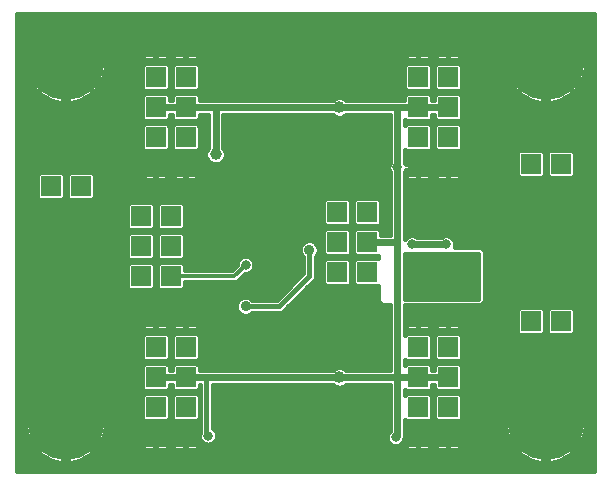
<source format=gbr>
G75*
%MOIN*%
%OFA0B0*%
%FSLAX24Y24*%
%IPPOS*%
%LPD*%
%AMOC8*
5,1,8,0,0,1.08239X$1,22.5*
%
%ADD10R,0.0650X0.0650*%
%ADD11C,0.2540*%
%ADD12C,0.0160*%
%ADD13C,0.0317*%
%ADD14C,0.0240*%
%ADD15C,0.0120*%
%ADD16C,0.0357*%
%ADD17C,0.0396*%
D10*
X005142Y001500D03*
X006142Y001500D03*
X006142Y002500D03*
X005142Y002500D03*
X005142Y003500D03*
X006142Y003500D03*
X006142Y004500D03*
X005142Y004500D03*
X005142Y005500D03*
X006142Y005500D03*
X005642Y006875D03*
X004642Y006875D03*
X004642Y007875D03*
X005642Y007875D03*
X005642Y008875D03*
X004642Y008875D03*
X005142Y010500D03*
X006142Y010500D03*
X006142Y011500D03*
X005142Y011500D03*
X005142Y012500D03*
X006142Y012500D03*
X006142Y013500D03*
X005142Y013500D03*
X005142Y014500D03*
X006142Y014500D03*
X002642Y009875D03*
X001642Y009875D03*
X001642Y008875D03*
X002642Y008875D03*
X011204Y009000D03*
X012204Y009000D03*
X012204Y008000D03*
X011204Y008000D03*
X011204Y007000D03*
X012204Y007000D03*
X013892Y005500D03*
X014892Y005500D03*
X014892Y004500D03*
X013892Y004500D03*
X013892Y003500D03*
X014892Y003500D03*
X014892Y002500D03*
X013892Y002500D03*
X013892Y001500D03*
X014892Y001500D03*
X017642Y004375D03*
X018642Y004375D03*
X018642Y005375D03*
X017642Y005375D03*
X017642Y006375D03*
X018642Y006375D03*
X018642Y009625D03*
X017642Y009625D03*
X017642Y010625D03*
X018642Y010625D03*
X018642Y011625D03*
X017642Y011625D03*
X014892Y011500D03*
X013892Y011500D03*
X013892Y010500D03*
X014892Y010500D03*
X014892Y012500D03*
X013892Y012500D03*
X013892Y013500D03*
X014892Y013500D03*
X014892Y014500D03*
X013892Y014500D03*
D11*
X018142Y014000D03*
X018142Y002000D03*
X002142Y002000D03*
X002142Y014000D03*
D12*
X000522Y015620D02*
X000522Y000380D01*
X019762Y000380D01*
X019762Y015620D01*
X000522Y015620D01*
X000522Y015533D02*
X019762Y015533D01*
X019762Y015375D02*
X000522Y015375D01*
X000522Y015216D02*
X001553Y015216D01*
X001564Y015222D02*
X001447Y015159D01*
X001337Y015086D01*
X001234Y015001D01*
X001140Y014908D01*
X001056Y014805D01*
X000982Y014695D01*
X000920Y014578D01*
X000869Y014455D01*
X000831Y014328D01*
X000805Y014198D01*
X000793Y014080D01*
X002062Y014080D01*
X002062Y015349D01*
X001943Y015337D01*
X001813Y015311D01*
X001686Y015273D01*
X001564Y015222D01*
X001302Y015058D02*
X000522Y015058D01*
X000522Y014899D02*
X001133Y014899D01*
X001013Y014741D02*
X000522Y014741D01*
X000522Y014582D02*
X000922Y014582D01*
X000859Y014424D02*
X000522Y014424D01*
X000522Y014265D02*
X000818Y014265D01*
X000796Y014107D02*
X000522Y014107D01*
X000522Y013948D02*
X002062Y013948D01*
X002062Y013920D02*
X002062Y014080D01*
X002222Y014080D01*
X003490Y014080D01*
X003479Y014198D01*
X003453Y014328D01*
X003414Y014455D01*
X003364Y014578D01*
X003301Y014695D01*
X003227Y014805D01*
X003143Y014908D01*
X003049Y015001D01*
X002947Y015086D01*
X002837Y015159D01*
X002720Y015222D01*
X002597Y015273D01*
X002470Y015311D01*
X002340Y015337D01*
X002222Y015349D01*
X002222Y014080D01*
X002222Y013920D01*
X003490Y013920D01*
X003479Y013802D01*
X003453Y013672D01*
X003414Y013545D01*
X003364Y013422D01*
X003301Y013305D01*
X003227Y013195D01*
X003143Y013092D01*
X003049Y012999D01*
X002947Y012914D01*
X002837Y012841D01*
X002720Y012778D01*
X002597Y012727D01*
X002470Y012689D01*
X002340Y012663D01*
X002222Y012651D01*
X002222Y013920D01*
X002062Y013920D01*
X002062Y012651D01*
X001943Y012663D01*
X001813Y012689D01*
X001686Y012727D01*
X001564Y012778D01*
X001447Y012841D01*
X001337Y012914D01*
X001234Y012999D01*
X001140Y013092D01*
X001056Y013195D01*
X000982Y013305D01*
X000920Y013422D01*
X000869Y013545D01*
X000831Y013672D01*
X000805Y013802D01*
X000793Y013920D01*
X002062Y013920D01*
X002062Y013790D02*
X002222Y013790D01*
X002222Y013948D02*
X004742Y013948D01*
X004759Y013965D02*
X004677Y013883D01*
X004677Y013117D01*
X004759Y013035D01*
X005525Y013035D01*
X005607Y013117D01*
X005607Y013883D01*
X005525Y013965D01*
X004759Y013965D01*
X004801Y014095D02*
X005134Y014095D01*
X005134Y014492D01*
X005149Y014492D01*
X005149Y014095D01*
X005483Y014095D01*
X005512Y014107D01*
X005534Y014130D01*
X005547Y014159D01*
X005547Y014492D01*
X005149Y014492D01*
X005149Y014508D01*
X005134Y014508D01*
X005134Y014905D01*
X004801Y014905D01*
X004771Y014893D01*
X004749Y014870D01*
X004737Y014841D01*
X004737Y014508D01*
X005134Y014508D01*
X005134Y014492D01*
X004737Y014492D01*
X004737Y014159D01*
X004749Y014130D01*
X004771Y014107D01*
X004801Y014095D01*
X004773Y014107D02*
X003488Y014107D01*
X003465Y014265D02*
X004737Y014265D01*
X004737Y014424D02*
X003424Y014424D01*
X003361Y014582D02*
X004737Y014582D01*
X004737Y014741D02*
X003270Y014741D01*
X003150Y014899D02*
X004786Y014899D01*
X005134Y014899D02*
X005149Y014899D01*
X005149Y014905D02*
X005483Y014905D01*
X005512Y014893D01*
X005534Y014870D01*
X005547Y014841D01*
X005547Y014508D01*
X005149Y014508D01*
X005149Y014905D01*
X005134Y014741D02*
X005149Y014741D01*
X005134Y014582D02*
X005149Y014582D01*
X005134Y014424D02*
X005149Y014424D01*
X005134Y014265D02*
X005149Y014265D01*
X005134Y014107D02*
X005149Y014107D01*
X005510Y014107D02*
X005773Y014107D01*
X005771Y014107D02*
X005801Y014095D01*
X006134Y014095D01*
X006134Y014492D01*
X006149Y014492D01*
X006149Y014095D01*
X006483Y014095D01*
X006512Y014107D01*
X006534Y014130D01*
X006547Y014159D01*
X006547Y014492D01*
X006149Y014492D01*
X006149Y014508D01*
X006134Y014508D01*
X006134Y014905D01*
X005801Y014905D01*
X005771Y014893D01*
X005749Y014870D01*
X005737Y014841D01*
X005737Y014508D01*
X006134Y014508D01*
X006134Y014492D01*
X005737Y014492D01*
X005737Y014159D01*
X005749Y014130D01*
X005771Y014107D01*
X005759Y013965D02*
X005677Y013883D01*
X005677Y013117D01*
X005759Y013035D01*
X006525Y013035D01*
X006607Y013117D01*
X006607Y013883D01*
X006525Y013965D01*
X005759Y013965D01*
X005742Y013948D02*
X005542Y013948D01*
X005607Y013790D02*
X005677Y013790D01*
X005677Y013631D02*
X005607Y013631D01*
X005607Y013473D02*
X005677Y013473D01*
X005677Y013314D02*
X005607Y013314D01*
X005607Y013156D02*
X005677Y013156D01*
X005759Y012965D02*
X005677Y012883D01*
X005677Y012760D01*
X005607Y012760D01*
X005607Y012883D01*
X005525Y012965D01*
X004759Y012965D01*
X004677Y012883D01*
X004677Y012117D01*
X004759Y012035D01*
X005525Y012035D01*
X005607Y012117D01*
X005607Y012240D01*
X005677Y012240D01*
X005677Y012117D01*
X005759Y012035D01*
X006525Y012035D01*
X006607Y012117D01*
X006607Y012240D01*
X006882Y012240D01*
X006882Y011156D01*
X006855Y011129D01*
X006804Y011005D01*
X006804Y010870D01*
X006855Y010746D01*
X006950Y010651D01*
X007074Y010599D01*
X007209Y010599D01*
X007333Y010651D01*
X007428Y010746D01*
X007480Y010870D01*
X007480Y011005D01*
X007428Y011129D01*
X007402Y011156D01*
X007402Y012240D01*
X011049Y012240D01*
X011075Y012213D01*
X011199Y012162D01*
X011334Y012162D01*
X011458Y012213D01*
X011485Y012240D01*
X012944Y012240D01*
X012944Y010653D01*
X012905Y010559D01*
X012905Y010441D01*
X012944Y010347D01*
X012944Y008260D01*
X012669Y008260D01*
X012669Y008383D01*
X012587Y008465D01*
X011821Y008465D01*
X011739Y008383D01*
X011739Y007617D01*
X011821Y007535D01*
X012547Y007535D01*
X012547Y007465D01*
X011821Y007465D01*
X011739Y007383D01*
X011739Y006617D01*
X011821Y006535D01*
X012547Y006535D01*
X012547Y006034D01*
X012676Y005905D01*
X012944Y005905D01*
X012944Y003760D01*
X011485Y003760D01*
X011458Y003787D01*
X011334Y003838D01*
X011199Y003838D01*
X011075Y003787D01*
X011049Y003760D01*
X006607Y003760D01*
X006607Y003883D01*
X006525Y003965D01*
X005759Y003965D01*
X005677Y003883D01*
X005677Y003760D01*
X005607Y003760D01*
X005607Y003883D01*
X005525Y003965D01*
X004759Y003965D01*
X004677Y003883D01*
X004677Y003117D01*
X004759Y003035D01*
X005525Y003035D01*
X005607Y003117D01*
X005607Y003240D01*
X005677Y003240D01*
X005677Y003117D01*
X005759Y003035D01*
X006525Y003035D01*
X006607Y003117D01*
X006607Y003240D01*
X006609Y003240D01*
X006609Y001661D01*
X006593Y001622D01*
X006593Y001503D01*
X006638Y001393D01*
X006722Y001309D01*
X006832Y001264D01*
X006951Y001264D01*
X007061Y001309D01*
X007145Y001393D01*
X007190Y001503D01*
X007190Y001622D01*
X007145Y001732D01*
X007061Y001816D01*
X007049Y001821D01*
X007049Y003240D01*
X011049Y003240D01*
X011075Y003213D01*
X011199Y003162D01*
X011334Y003162D01*
X011458Y003213D01*
X011485Y003240D01*
X012944Y003240D01*
X012944Y001725D01*
X012888Y001669D01*
X012843Y001559D01*
X012843Y001441D01*
X012888Y001331D01*
X012972Y001247D01*
X013082Y001201D01*
X013201Y001201D01*
X013311Y001247D01*
X013395Y001331D01*
X013440Y001441D01*
X013440Y001453D01*
X013464Y001511D01*
X013464Y002080D01*
X013509Y002035D01*
X014275Y002035D01*
X014357Y002117D01*
X014357Y002883D01*
X014275Y002965D01*
X013509Y002965D01*
X013464Y002920D01*
X013464Y003080D01*
X013509Y003035D01*
X014275Y003035D01*
X014357Y003117D01*
X014357Y003240D01*
X014427Y003240D01*
X014427Y003117D01*
X014509Y003035D01*
X015275Y003035D01*
X015357Y003117D01*
X015357Y003883D01*
X015275Y003965D01*
X014509Y003965D01*
X014427Y003883D01*
X014427Y003760D01*
X014357Y003760D01*
X014357Y003883D01*
X014275Y003965D01*
X013509Y003965D01*
X013464Y003920D01*
X013464Y004080D01*
X013509Y004035D01*
X014275Y004035D01*
X014357Y004117D01*
X014357Y004883D01*
X014275Y004965D01*
X013509Y004965D01*
X013464Y004920D01*
X013464Y005905D01*
X015983Y005905D01*
X016112Y006034D01*
X016112Y007716D01*
X015983Y007845D01*
X015114Y007845D01*
X015128Y007878D01*
X015128Y007997D01*
X015082Y008107D01*
X014998Y008191D01*
X014889Y008236D01*
X014770Y008236D01*
X014676Y008197D01*
X013857Y008197D01*
X013764Y008236D01*
X013645Y008236D01*
X013535Y008191D01*
X013464Y008120D01*
X013464Y010347D01*
X013487Y010401D01*
X013487Y010159D01*
X013499Y010130D01*
X013521Y010107D01*
X013551Y010095D01*
X013884Y010095D01*
X013884Y010492D01*
X013899Y010492D01*
X013899Y010095D01*
X014233Y010095D01*
X014262Y010107D01*
X014284Y010130D01*
X014297Y010159D01*
X014297Y010492D01*
X013899Y010492D01*
X013899Y010508D01*
X013884Y010508D01*
X013884Y010905D01*
X013551Y010905D01*
X013521Y010893D01*
X013499Y010870D01*
X013487Y010841D01*
X013487Y010599D01*
X013464Y010653D01*
X013464Y011080D01*
X013509Y011035D01*
X014275Y011035D01*
X014357Y011117D01*
X014357Y011883D01*
X014275Y011965D01*
X013509Y011965D01*
X013464Y011920D01*
X013464Y012080D01*
X013509Y012035D01*
X014275Y012035D01*
X014357Y012117D01*
X014357Y012240D01*
X014427Y012240D01*
X014427Y012117D01*
X014509Y012035D01*
X015275Y012035D01*
X015357Y012117D01*
X015357Y012883D01*
X015275Y012965D01*
X014509Y012965D01*
X014427Y012883D01*
X014427Y012760D01*
X014357Y012760D01*
X014357Y012883D01*
X014275Y012965D01*
X013509Y012965D01*
X013427Y012883D01*
X013427Y012760D01*
X011485Y012760D01*
X011458Y012787D01*
X011334Y012838D01*
X011199Y012838D01*
X011075Y012787D01*
X011049Y012760D01*
X006607Y012760D01*
X006607Y012883D01*
X006525Y012965D01*
X005759Y012965D01*
X005677Y012839D02*
X005607Y012839D01*
X006142Y012500D02*
X006579Y012500D01*
X006607Y012205D02*
X006882Y012205D01*
X006882Y012046D02*
X006536Y012046D01*
X006525Y011965D02*
X005759Y011965D01*
X005677Y011883D01*
X005677Y011117D01*
X005759Y011035D01*
X006525Y011035D01*
X006607Y011117D01*
X006607Y011883D01*
X006525Y011965D01*
X006602Y011888D02*
X006882Y011888D01*
X006882Y011729D02*
X006607Y011729D01*
X006607Y011571D02*
X006882Y011571D01*
X006882Y011412D02*
X006607Y011412D01*
X006607Y011254D02*
X006882Y011254D01*
X006841Y011095D02*
X006585Y011095D01*
X006512Y010893D02*
X006483Y010905D01*
X006149Y010905D01*
X006149Y010508D01*
X006134Y010508D01*
X006134Y010905D01*
X005801Y010905D01*
X005771Y010893D01*
X005749Y010870D01*
X005737Y010841D01*
X005737Y010508D01*
X006134Y010508D01*
X006134Y010492D01*
X006149Y010492D01*
X006149Y010095D01*
X006483Y010095D01*
X006512Y010107D01*
X006534Y010130D01*
X006547Y010159D01*
X006547Y010492D01*
X006149Y010492D01*
X006149Y010508D01*
X006547Y010508D01*
X006547Y010841D01*
X006534Y010870D01*
X006512Y010893D01*
X006547Y010778D02*
X006842Y010778D01*
X006804Y010937D02*
X000522Y010937D01*
X000522Y011095D02*
X004699Y011095D01*
X004677Y011117D02*
X004759Y011035D01*
X005525Y011035D01*
X005607Y011117D01*
X005607Y011883D01*
X005525Y011965D01*
X004759Y011965D01*
X004677Y011883D01*
X004677Y011117D01*
X004677Y011254D02*
X000522Y011254D01*
X000522Y011412D02*
X004677Y011412D01*
X004677Y011571D02*
X000522Y011571D01*
X000522Y011729D02*
X004677Y011729D01*
X004681Y011888D02*
X000522Y011888D01*
X000522Y012046D02*
X004748Y012046D01*
X004677Y012205D02*
X000522Y012205D01*
X000522Y012363D02*
X004677Y012363D01*
X004677Y012522D02*
X000522Y012522D01*
X000522Y012680D02*
X001858Y012680D01*
X002062Y012680D02*
X002222Y012680D01*
X002222Y012839D02*
X002062Y012839D01*
X002062Y012997D02*
X002222Y012997D01*
X002222Y013156D02*
X002062Y013156D01*
X002062Y013314D02*
X002222Y013314D01*
X002222Y013473D02*
X002062Y013473D01*
X002062Y013631D02*
X002222Y013631D01*
X002222Y014107D02*
X002062Y014107D01*
X002062Y014265D02*
X002222Y014265D01*
X002222Y014424D02*
X002062Y014424D01*
X002062Y014582D02*
X002222Y014582D01*
X002222Y014741D02*
X002062Y014741D01*
X002062Y014899D02*
X002222Y014899D01*
X002222Y015058D02*
X002062Y015058D01*
X002062Y015216D02*
X002222Y015216D01*
X002730Y015216D02*
X017553Y015216D01*
X017564Y015222D02*
X017447Y015159D01*
X017337Y015086D01*
X017234Y015001D01*
X017140Y014908D01*
X017056Y014805D01*
X016982Y014695D01*
X016920Y014578D01*
X016869Y014455D01*
X016831Y014328D01*
X016805Y014198D01*
X016793Y014080D01*
X018062Y014080D01*
X018062Y015349D01*
X017943Y015337D01*
X017813Y015311D01*
X017686Y015273D01*
X017564Y015222D01*
X017302Y015058D02*
X002981Y015058D01*
X003476Y013790D02*
X004677Y013790D01*
X004677Y013631D02*
X003440Y013631D01*
X003384Y013473D02*
X004677Y013473D01*
X004677Y013314D02*
X003306Y013314D01*
X003195Y013156D02*
X004677Y013156D01*
X004677Y012839D02*
X002833Y012839D01*
X003048Y012997D02*
X017236Y012997D01*
X017234Y012999D02*
X017337Y012914D01*
X017447Y012841D01*
X017564Y012778D01*
X017686Y012727D01*
X017813Y012689D01*
X017943Y012663D01*
X018062Y012651D01*
X018062Y013920D01*
X018222Y013920D01*
X018222Y014080D01*
X019490Y014080D01*
X019479Y014198D01*
X019453Y014328D01*
X019414Y014455D01*
X019364Y014578D01*
X019301Y014695D01*
X019227Y014805D01*
X019143Y014908D01*
X019049Y015001D01*
X018947Y015086D01*
X018837Y015159D01*
X018720Y015222D01*
X018597Y015273D01*
X018470Y015311D01*
X018340Y015337D01*
X018222Y015349D01*
X018222Y014080D01*
X018062Y014080D01*
X018062Y013920D01*
X016793Y013920D01*
X016805Y013802D01*
X016831Y013672D01*
X016869Y013545D01*
X016920Y013422D01*
X016982Y013305D01*
X017056Y013195D01*
X017140Y013092D01*
X017234Y012999D01*
X017088Y013156D02*
X015357Y013156D01*
X015357Y013117D02*
X015275Y013035D01*
X014509Y013035D01*
X014427Y013117D01*
X014427Y013883D01*
X014509Y013965D01*
X015275Y013965D01*
X015357Y013883D01*
X015357Y013117D01*
X015357Y012839D02*
X017451Y012839D01*
X017858Y012680D02*
X015357Y012680D01*
X015357Y012522D02*
X019762Y012522D01*
X019762Y012680D02*
X018426Y012680D01*
X018470Y012689D02*
X018597Y012727D01*
X018720Y012778D01*
X018837Y012841D01*
X018947Y012914D01*
X019049Y012999D01*
X019143Y013092D01*
X019227Y013195D01*
X019301Y013305D01*
X019364Y013422D01*
X019414Y013545D01*
X019453Y013672D01*
X019479Y013802D01*
X019490Y013920D01*
X018222Y013920D01*
X018222Y012651D01*
X018340Y012663D01*
X018470Y012689D01*
X018222Y012680D02*
X018062Y012680D01*
X018062Y012839D02*
X018222Y012839D01*
X018222Y012997D02*
X018062Y012997D01*
X018062Y013156D02*
X018222Y013156D01*
X018222Y013314D02*
X018062Y013314D01*
X018062Y013473D02*
X018222Y013473D01*
X018222Y013631D02*
X018062Y013631D01*
X018062Y013790D02*
X018222Y013790D01*
X018222Y013948D02*
X019762Y013948D01*
X019762Y013790D02*
X019476Y013790D01*
X019440Y013631D02*
X019762Y013631D01*
X019762Y013473D02*
X019384Y013473D01*
X019306Y013314D02*
X019762Y013314D01*
X019762Y013156D02*
X019195Y013156D01*
X019048Y012997D02*
X019762Y012997D01*
X019762Y012839D02*
X018833Y012839D01*
X018983Y012030D02*
X018649Y012030D01*
X018649Y011633D01*
X018634Y011633D01*
X018634Y012030D01*
X018301Y012030D01*
X018271Y012018D01*
X018249Y011995D01*
X018237Y011966D01*
X018237Y011633D01*
X018634Y011633D01*
X018634Y011617D01*
X018649Y011617D01*
X018649Y011220D01*
X018983Y011220D01*
X019012Y011232D01*
X019034Y011255D01*
X019047Y011284D01*
X019047Y011617D01*
X018649Y011617D01*
X018649Y011633D01*
X019047Y011633D01*
X019047Y011966D01*
X019034Y011995D01*
X019012Y012018D01*
X018983Y012030D01*
X019047Y011888D02*
X019762Y011888D01*
X019762Y012046D02*
X015286Y012046D01*
X015275Y011965D02*
X014509Y011965D01*
X014427Y011883D01*
X014427Y011117D01*
X014509Y011035D01*
X015275Y011035D01*
X015357Y011117D01*
X015357Y011883D01*
X015275Y011965D01*
X015352Y011888D02*
X017237Y011888D01*
X017237Y011966D02*
X017237Y011633D01*
X017634Y011633D01*
X017634Y012030D01*
X017301Y012030D01*
X017271Y012018D01*
X017249Y011995D01*
X017237Y011966D01*
X017237Y011729D02*
X015357Y011729D01*
X015357Y011571D02*
X017237Y011571D01*
X017237Y011617D02*
X017237Y011284D01*
X017249Y011255D01*
X017271Y011232D01*
X017301Y011220D01*
X017634Y011220D01*
X017634Y011617D01*
X017649Y011617D01*
X017649Y011220D01*
X017983Y011220D01*
X018012Y011232D01*
X018034Y011255D01*
X018047Y011284D01*
X018047Y011617D01*
X017649Y011617D01*
X017649Y011633D01*
X017634Y011633D01*
X017634Y011617D01*
X017237Y011617D01*
X017237Y011412D02*
X015357Y011412D01*
X015357Y011254D02*
X017250Y011254D01*
X017259Y011090D02*
X017177Y011008D01*
X017177Y010242D01*
X017259Y010160D01*
X018025Y010160D01*
X018107Y010242D01*
X018107Y011008D01*
X018025Y011090D01*
X017259Y011090D01*
X017177Y010937D02*
X013464Y010937D01*
X013464Y010778D02*
X013487Y010778D01*
X013478Y010620D02*
X013487Y010620D01*
X013464Y010303D02*
X013487Y010303D01*
X013493Y010144D02*
X013464Y010144D01*
X013464Y009986D02*
X017245Y009986D01*
X017249Y009995D02*
X017237Y009966D01*
X017237Y009633D01*
X017634Y009633D01*
X017634Y010030D01*
X017301Y010030D01*
X017271Y010018D01*
X017249Y009995D01*
X017237Y009827D02*
X013464Y009827D01*
X013464Y009669D02*
X017237Y009669D01*
X017237Y009617D02*
X017237Y009284D01*
X017249Y009255D01*
X017271Y009232D01*
X017301Y009220D01*
X017634Y009220D01*
X017634Y009617D01*
X017649Y009617D01*
X017649Y009220D01*
X017983Y009220D01*
X018012Y009232D01*
X018034Y009255D01*
X018047Y009284D01*
X018047Y009617D01*
X017649Y009617D01*
X017649Y009633D01*
X017634Y009633D01*
X017634Y009617D01*
X017237Y009617D01*
X017237Y009510D02*
X013464Y009510D01*
X013464Y009352D02*
X017237Y009352D01*
X017634Y009352D02*
X017649Y009352D01*
X017634Y009510D02*
X017649Y009510D01*
X017649Y009633D02*
X018047Y009633D01*
X018047Y009966D01*
X018034Y009995D01*
X018012Y010018D01*
X017983Y010030D01*
X017649Y010030D01*
X017649Y009633D01*
X017649Y009669D02*
X017634Y009669D01*
X017634Y009827D02*
X017649Y009827D01*
X017634Y009986D02*
X017649Y009986D01*
X018039Y009986D02*
X018245Y009986D01*
X018249Y009995D02*
X018237Y009966D01*
X018237Y009633D01*
X018634Y009633D01*
X018634Y010030D01*
X018301Y010030D01*
X018271Y010018D01*
X018249Y009995D01*
X018259Y010160D02*
X018177Y010242D01*
X018177Y011008D01*
X018259Y011090D01*
X019025Y011090D01*
X019107Y011008D01*
X019107Y010242D01*
X019025Y010160D01*
X018259Y010160D01*
X018177Y010303D02*
X018107Y010303D01*
X018107Y010461D02*
X018177Y010461D01*
X018177Y010620D02*
X018107Y010620D01*
X018107Y010778D02*
X018177Y010778D01*
X018177Y010937D02*
X018107Y010937D01*
X018033Y011254D02*
X018250Y011254D01*
X018249Y011255D02*
X018271Y011232D01*
X018301Y011220D01*
X018634Y011220D01*
X018634Y011617D01*
X018237Y011617D01*
X018237Y011284D01*
X018249Y011255D01*
X018237Y011412D02*
X018047Y011412D01*
X018047Y011571D02*
X018237Y011571D01*
X018237Y011729D02*
X018047Y011729D01*
X018047Y011633D02*
X018047Y011966D01*
X018034Y011995D01*
X018012Y012018D01*
X017983Y012030D01*
X017649Y012030D01*
X017649Y011633D01*
X018047Y011633D01*
X018047Y011888D02*
X018237Y011888D01*
X018634Y011888D02*
X018649Y011888D01*
X018634Y011729D02*
X018649Y011729D01*
X018634Y011571D02*
X018649Y011571D01*
X018634Y011412D02*
X018649Y011412D01*
X018634Y011254D02*
X018649Y011254D01*
X019033Y011254D02*
X019762Y011254D01*
X019762Y011412D02*
X019047Y011412D01*
X019047Y011571D02*
X019762Y011571D01*
X019762Y011729D02*
X019047Y011729D01*
X019762Y012205D02*
X015357Y012205D01*
X015357Y012363D02*
X019762Y012363D01*
X019762Y011095D02*
X015335Y011095D01*
X015262Y010893D02*
X015233Y010905D01*
X014899Y010905D01*
X014899Y010508D01*
X014884Y010508D01*
X014884Y010905D01*
X014551Y010905D01*
X014521Y010893D01*
X014499Y010870D01*
X014487Y010841D01*
X014487Y010508D01*
X014884Y010508D01*
X014884Y010492D01*
X014899Y010492D01*
X014899Y010095D01*
X015233Y010095D01*
X015262Y010107D01*
X015284Y010130D01*
X015297Y010159D01*
X015297Y010492D01*
X014899Y010492D01*
X014899Y010508D01*
X015297Y010508D01*
X015297Y010841D01*
X015284Y010870D01*
X015262Y010893D01*
X015297Y010778D02*
X017177Y010778D01*
X017177Y010620D02*
X015297Y010620D01*
X015297Y010461D02*
X017177Y010461D01*
X017177Y010303D02*
X015297Y010303D01*
X015290Y010144D02*
X019762Y010144D01*
X019762Y009986D02*
X019039Y009986D01*
X019034Y009995D02*
X019012Y010018D01*
X018983Y010030D01*
X018649Y010030D01*
X018649Y009633D01*
X018634Y009633D01*
X018634Y009617D01*
X018649Y009617D01*
X018649Y009220D01*
X018983Y009220D01*
X019012Y009232D01*
X019034Y009255D01*
X019047Y009284D01*
X019047Y009617D01*
X018649Y009617D01*
X018649Y009633D01*
X019047Y009633D01*
X019047Y009966D01*
X019034Y009995D01*
X019047Y009827D02*
X019762Y009827D01*
X019762Y009669D02*
X019047Y009669D01*
X019047Y009510D02*
X019762Y009510D01*
X019762Y009352D02*
X019047Y009352D01*
X018649Y009352D02*
X018634Y009352D01*
X018634Y009220D02*
X018634Y009617D01*
X018237Y009617D01*
X018237Y009284D01*
X018249Y009255D01*
X018271Y009232D01*
X018301Y009220D01*
X018634Y009220D01*
X018634Y009510D02*
X018649Y009510D01*
X018634Y009669D02*
X018649Y009669D01*
X018634Y009827D02*
X018649Y009827D01*
X018634Y009986D02*
X018649Y009986D01*
X018237Y009827D02*
X018047Y009827D01*
X018047Y009669D02*
X018237Y009669D01*
X018237Y009510D02*
X018047Y009510D01*
X018047Y009352D02*
X018237Y009352D01*
X019107Y010303D02*
X019762Y010303D01*
X019762Y010461D02*
X019107Y010461D01*
X019107Y010620D02*
X019762Y010620D01*
X019762Y010778D02*
X019107Y010778D01*
X019107Y010937D02*
X019762Y010937D01*
X019762Y009193D02*
X013464Y009193D01*
X013464Y009035D02*
X019762Y009035D01*
X019762Y008876D02*
X013464Y008876D01*
X013464Y008718D02*
X019762Y008718D01*
X019762Y008559D02*
X013464Y008559D01*
X013464Y008401D02*
X019762Y008401D01*
X019762Y008242D02*
X013464Y008242D01*
X012944Y008401D02*
X012652Y008401D01*
X012587Y008535D02*
X012669Y008617D01*
X012669Y009383D01*
X012587Y009465D01*
X011821Y009465D01*
X011739Y009383D01*
X011739Y008617D01*
X011821Y008535D01*
X012587Y008535D01*
X012611Y008559D02*
X012944Y008559D01*
X012944Y008718D02*
X012669Y008718D01*
X012669Y008876D02*
X012944Y008876D01*
X012944Y009035D02*
X012669Y009035D01*
X012669Y009193D02*
X012944Y009193D01*
X012944Y009352D02*
X012669Y009352D01*
X012944Y009510D02*
X003107Y009510D01*
X003107Y009492D02*
X003025Y009410D01*
X002259Y009410D01*
X002177Y009492D01*
X002177Y010258D01*
X002259Y010340D01*
X003025Y010340D01*
X003107Y010258D01*
X003107Y009492D01*
X003107Y009669D02*
X012944Y009669D01*
X012944Y009827D02*
X003107Y009827D01*
X003107Y009986D02*
X012944Y009986D01*
X012944Y010144D02*
X006540Y010144D01*
X006547Y010303D02*
X012944Y010303D01*
X012905Y010461D02*
X006547Y010461D01*
X006547Y010620D02*
X007026Y010620D01*
X007258Y010620D02*
X012930Y010620D01*
X012944Y010778D02*
X007442Y010778D01*
X007480Y010937D02*
X012944Y010937D01*
X012944Y011095D02*
X007442Y011095D01*
X007402Y011254D02*
X012944Y011254D01*
X012944Y011412D02*
X007402Y011412D01*
X007402Y011571D02*
X012944Y011571D01*
X012944Y011729D02*
X007402Y011729D01*
X007402Y011888D02*
X012944Y011888D01*
X012944Y012046D02*
X007402Y012046D01*
X007402Y012205D02*
X011096Y012205D01*
X011437Y012205D02*
X012944Y012205D01*
X013204Y012438D02*
X013142Y012500D01*
X013427Y012839D02*
X006607Y012839D01*
X006607Y013156D02*
X013427Y013156D01*
X013427Y013117D02*
X013509Y013035D01*
X014275Y013035D01*
X014357Y013117D01*
X014357Y013883D01*
X014275Y013965D01*
X013509Y013965D01*
X013427Y013883D01*
X013427Y013117D01*
X013427Y013314D02*
X006607Y013314D01*
X006607Y013473D02*
X013427Y013473D01*
X013427Y013631D02*
X006607Y013631D01*
X006607Y013790D02*
X013427Y013790D01*
X013492Y013948D02*
X006542Y013948D01*
X006510Y014107D02*
X013523Y014107D01*
X013521Y014107D02*
X013551Y014095D01*
X013884Y014095D01*
X013884Y014492D01*
X013899Y014492D01*
X013899Y014095D01*
X014233Y014095D01*
X014262Y014107D01*
X014284Y014130D01*
X014297Y014159D01*
X014297Y014492D01*
X013899Y014492D01*
X013899Y014508D01*
X013884Y014508D01*
X013884Y014905D01*
X013551Y014905D01*
X013521Y014893D01*
X013499Y014870D01*
X013487Y014841D01*
X013487Y014508D01*
X013884Y014508D01*
X013884Y014492D01*
X013487Y014492D01*
X013487Y014159D01*
X013499Y014130D01*
X013521Y014107D01*
X013487Y014265D02*
X006547Y014265D01*
X006547Y014424D02*
X013487Y014424D01*
X013487Y014582D02*
X006547Y014582D01*
X006547Y014508D02*
X006547Y014841D01*
X006534Y014870D01*
X006512Y014893D01*
X006483Y014905D01*
X006149Y014905D01*
X006149Y014508D01*
X006547Y014508D01*
X006547Y014741D02*
X013487Y014741D01*
X013536Y014899D02*
X006497Y014899D01*
X006149Y014899D02*
X006134Y014899D01*
X006134Y014741D02*
X006149Y014741D01*
X006134Y014582D02*
X006149Y014582D01*
X006134Y014424D02*
X006149Y014424D01*
X006134Y014265D02*
X006149Y014265D01*
X006134Y014107D02*
X006149Y014107D01*
X005737Y014265D02*
X005547Y014265D01*
X005547Y014424D02*
X005737Y014424D01*
X005737Y014582D02*
X005547Y014582D01*
X005547Y014741D02*
X005737Y014741D01*
X005786Y014899D02*
X005497Y014899D01*
X004677Y012680D02*
X002426Y012680D01*
X001451Y012839D02*
X000522Y012839D01*
X000522Y012997D02*
X001236Y012997D01*
X001088Y013156D02*
X000522Y013156D01*
X000522Y013314D02*
X000978Y013314D01*
X000899Y013473D02*
X000522Y013473D01*
X000522Y013631D02*
X000843Y013631D01*
X000807Y013790D02*
X000522Y013790D01*
X000522Y010778D02*
X004737Y010778D01*
X004737Y010841D02*
X004737Y010508D01*
X005134Y010508D01*
X005134Y010905D01*
X004801Y010905D01*
X004771Y010893D01*
X004749Y010870D01*
X004737Y010841D01*
X004737Y010620D02*
X000522Y010620D01*
X000522Y010461D02*
X004737Y010461D01*
X004737Y010492D02*
X004737Y010159D01*
X004749Y010130D01*
X004771Y010107D01*
X004801Y010095D01*
X005134Y010095D01*
X005134Y010492D01*
X005149Y010492D01*
X005149Y010095D01*
X005483Y010095D01*
X005512Y010107D01*
X005534Y010130D01*
X005547Y010159D01*
X005547Y010492D01*
X005149Y010492D01*
X005149Y010508D01*
X005134Y010508D01*
X005134Y010492D01*
X004737Y010492D01*
X004737Y010303D02*
X003062Y010303D01*
X003107Y010144D02*
X004743Y010144D01*
X005134Y010144D02*
X005149Y010144D01*
X005134Y010303D02*
X005149Y010303D01*
X005134Y010461D02*
X005149Y010461D01*
X005142Y010500D02*
X006142Y010500D01*
X006134Y010492D02*
X006134Y010095D01*
X005801Y010095D01*
X005771Y010107D01*
X005749Y010130D01*
X005737Y010159D01*
X005737Y010492D01*
X006134Y010492D01*
X006134Y010461D02*
X006149Y010461D01*
X006134Y010303D02*
X006149Y010303D01*
X006134Y010144D02*
X006149Y010144D01*
X005743Y010144D02*
X005540Y010144D01*
X005547Y010303D02*
X005737Y010303D01*
X005737Y010461D02*
X005547Y010461D01*
X005547Y010508D02*
X005547Y010841D01*
X005534Y010870D01*
X005512Y010893D01*
X005483Y010905D01*
X005149Y010905D01*
X005149Y010508D01*
X005547Y010508D01*
X005547Y010620D02*
X005737Y010620D01*
X005737Y010778D02*
X005547Y010778D01*
X005585Y011095D02*
X005699Y011095D01*
X005677Y011254D02*
X005607Y011254D01*
X005607Y011412D02*
X005677Y011412D01*
X005677Y011571D02*
X005607Y011571D01*
X005607Y011729D02*
X005677Y011729D01*
X005681Y011888D02*
X005602Y011888D01*
X005536Y012046D02*
X005748Y012046D01*
X005677Y012205D02*
X005607Y012205D01*
X005149Y010778D02*
X005134Y010778D01*
X005134Y010620D02*
X005149Y010620D01*
X006134Y010620D02*
X006149Y010620D01*
X006134Y010778D02*
X006149Y010778D01*
X006025Y009340D02*
X005259Y009340D01*
X005177Y009258D01*
X005177Y008492D01*
X005259Y008410D01*
X006025Y008410D01*
X006107Y008492D01*
X006107Y009258D01*
X006025Y009340D01*
X006107Y009193D02*
X010739Y009193D01*
X010739Y009035D02*
X006107Y009035D01*
X006107Y008876D02*
X010739Y008876D01*
X010739Y008718D02*
X006107Y008718D01*
X006107Y008559D02*
X010797Y008559D01*
X010821Y008535D02*
X010739Y008617D01*
X010739Y009383D01*
X010821Y009465D01*
X011587Y009465D01*
X011669Y009383D01*
X011669Y008617D01*
X011587Y008535D01*
X010821Y008535D01*
X010821Y008465D02*
X010739Y008383D01*
X010739Y007617D01*
X010821Y007535D01*
X011587Y007535D01*
X011669Y007617D01*
X011669Y008383D01*
X011587Y008465D01*
X010821Y008465D01*
X010757Y008401D02*
X000522Y008401D01*
X000522Y008559D02*
X001237Y008559D01*
X001237Y008534D02*
X001249Y008505D01*
X001271Y008482D01*
X001301Y008470D01*
X001634Y008470D01*
X001634Y008867D01*
X001649Y008867D01*
X001649Y008470D01*
X001983Y008470D01*
X002012Y008482D01*
X002034Y008505D01*
X002047Y008534D01*
X002047Y008867D01*
X001649Y008867D01*
X001649Y008883D01*
X001634Y008883D01*
X001634Y009280D01*
X001301Y009280D01*
X001271Y009268D01*
X001249Y009245D01*
X001237Y009216D01*
X001237Y008883D01*
X001634Y008883D01*
X001634Y008867D01*
X001237Y008867D01*
X001237Y008534D01*
X001237Y008718D02*
X000522Y008718D01*
X000522Y008876D02*
X001634Y008876D01*
X001649Y008876D02*
X002634Y008876D01*
X002634Y008883D02*
X002634Y008867D01*
X002649Y008867D01*
X002649Y008470D01*
X002983Y008470D01*
X003012Y008482D01*
X003034Y008505D01*
X003047Y008534D01*
X003047Y008867D01*
X002649Y008867D01*
X002649Y008883D01*
X002634Y008883D01*
X002634Y009280D01*
X002301Y009280D01*
X002271Y009268D01*
X002249Y009245D01*
X002237Y009216D01*
X002237Y008883D01*
X002634Y008883D01*
X002649Y008883D02*
X002649Y009280D01*
X002983Y009280D01*
X003012Y009268D01*
X003034Y009245D01*
X003047Y009216D01*
X003047Y008883D01*
X002649Y008883D01*
X002649Y008876D02*
X004177Y008876D01*
X004177Y008718D02*
X003047Y008718D01*
X003047Y008559D02*
X004177Y008559D01*
X004177Y008492D02*
X004259Y008410D01*
X005025Y008410D01*
X005107Y008492D01*
X005107Y009258D01*
X005025Y009340D01*
X004259Y009340D01*
X004177Y009258D01*
X004177Y008492D01*
X004259Y008340D02*
X004177Y008258D01*
X004177Y007492D01*
X004259Y007410D01*
X005025Y007410D01*
X005107Y007492D01*
X005107Y008258D01*
X005025Y008340D01*
X004259Y008340D01*
X004177Y008242D02*
X000522Y008242D01*
X000522Y008084D02*
X004177Y008084D01*
X004177Y007925D02*
X000522Y007925D01*
X000522Y007767D02*
X004177Y007767D01*
X004177Y007608D02*
X000522Y007608D01*
X000522Y007450D02*
X004219Y007450D01*
X004259Y007340D02*
X004177Y007258D01*
X004177Y006492D01*
X004259Y006410D01*
X005025Y006410D01*
X005107Y006492D01*
X005107Y007258D01*
X005025Y007340D01*
X004259Y007340D01*
X004210Y007291D02*
X000522Y007291D01*
X000522Y007133D02*
X004177Y007133D01*
X004177Y006974D02*
X000522Y006974D01*
X000522Y006816D02*
X004177Y006816D01*
X004177Y006657D02*
X000522Y006657D01*
X000522Y006499D02*
X004177Y006499D01*
X004771Y005893D02*
X004749Y005870D01*
X004737Y005841D01*
X004737Y005508D01*
X005134Y005508D01*
X005134Y005905D01*
X004801Y005905D01*
X004771Y005893D01*
X004746Y005865D02*
X000522Y005865D01*
X000522Y006023D02*
X007858Y006023D01*
X007872Y006055D02*
X007823Y005938D01*
X007823Y005812D01*
X007872Y005695D01*
X007961Y005605D01*
X008078Y005557D01*
X008205Y005557D01*
X008322Y005605D01*
X008372Y005655D01*
X009358Y005655D01*
X009487Y005784D01*
X010487Y006784D01*
X010487Y007520D01*
X010537Y007570D01*
X010585Y007687D01*
X010585Y007813D01*
X010537Y007930D01*
X010447Y008020D01*
X010330Y008068D01*
X010203Y008068D01*
X010086Y008020D01*
X009997Y007930D01*
X009948Y007813D01*
X009948Y007687D01*
X009997Y007570D01*
X010047Y007520D01*
X010047Y006966D01*
X009176Y006095D01*
X008372Y006095D01*
X008322Y006145D01*
X008205Y006193D01*
X008078Y006193D01*
X007961Y006145D01*
X007872Y006055D01*
X007823Y005865D02*
X006537Y005865D01*
X006534Y005870D02*
X006512Y005893D01*
X006483Y005905D01*
X006149Y005905D01*
X006149Y005508D01*
X006134Y005508D01*
X006134Y005905D01*
X005801Y005905D01*
X005771Y005893D01*
X005749Y005870D01*
X005737Y005841D01*
X005737Y005508D01*
X006134Y005508D01*
X006134Y005492D01*
X006149Y005492D01*
X006149Y005095D01*
X006483Y005095D01*
X006512Y005107D01*
X006534Y005130D01*
X006547Y005159D01*
X006547Y005492D01*
X006149Y005492D01*
X006149Y005508D01*
X006547Y005508D01*
X006547Y005841D01*
X006534Y005870D01*
X006547Y005706D02*
X007867Y005706D01*
X008142Y005875D02*
X009267Y005875D01*
X010267Y006875D01*
X010267Y007750D01*
X009948Y007767D02*
X006107Y007767D01*
X006107Y007925D02*
X009994Y007925D01*
X009981Y007608D02*
X006107Y007608D01*
X006107Y007492D02*
X006025Y007410D01*
X005259Y007410D01*
X005177Y007492D01*
X005177Y008258D01*
X005259Y008340D01*
X006025Y008340D01*
X006107Y008258D01*
X006107Y007492D01*
X006064Y007450D02*
X007919Y007450D01*
X007888Y007419D02*
X007843Y007309D01*
X007843Y007234D01*
X007684Y007075D01*
X006107Y007075D01*
X006107Y007258D01*
X006025Y007340D01*
X005259Y007340D01*
X005177Y007258D01*
X005177Y006492D01*
X005259Y006410D01*
X006025Y006410D01*
X006107Y006492D01*
X006107Y006675D01*
X007850Y006675D01*
X008126Y006951D01*
X008201Y006951D01*
X008311Y006997D01*
X008395Y007081D01*
X008440Y007191D01*
X008440Y007309D01*
X008395Y007419D01*
X008311Y007503D01*
X008201Y007549D01*
X008082Y007549D01*
X007972Y007503D01*
X007888Y007419D01*
X007843Y007291D02*
X006074Y007291D01*
X006107Y007133D02*
X007741Y007133D01*
X007990Y006816D02*
X009896Y006816D01*
X010047Y006974D02*
X008256Y006974D01*
X008416Y007133D02*
X010047Y007133D01*
X010047Y007291D02*
X008440Y007291D01*
X008365Y007450D02*
X010047Y007450D01*
X010487Y007450D02*
X010806Y007450D01*
X010821Y007465D02*
X010739Y007383D01*
X010739Y006617D01*
X010821Y006535D01*
X011587Y006535D01*
X011669Y006617D01*
X011669Y007383D01*
X011587Y007465D01*
X010821Y007465D01*
X010748Y007608D02*
X010553Y007608D01*
X010585Y007767D02*
X010739Y007767D01*
X010739Y007925D02*
X010539Y007925D01*
X010739Y008084D02*
X006107Y008084D01*
X006107Y008242D02*
X010739Y008242D01*
X011652Y008401D02*
X011757Y008401D01*
X011739Y008242D02*
X011669Y008242D01*
X011669Y008084D02*
X011739Y008084D01*
X011739Y007925D02*
X011669Y007925D01*
X011669Y007767D02*
X011739Y007767D01*
X011748Y007608D02*
X011660Y007608D01*
X011603Y007450D02*
X011806Y007450D01*
X011739Y007291D02*
X011669Y007291D01*
X011669Y007133D02*
X011739Y007133D01*
X011739Y006974D02*
X011669Y006974D01*
X011669Y006816D02*
X011739Y006816D01*
X011739Y006657D02*
X011669Y006657D01*
X010739Y006657D02*
X010360Y006657D01*
X010487Y006816D02*
X010739Y006816D01*
X010739Y006974D02*
X010487Y006974D01*
X010487Y007133D02*
X010739Y007133D01*
X010739Y007291D02*
X010487Y007291D01*
X009738Y006657D02*
X006107Y006657D01*
X006107Y006499D02*
X009579Y006499D01*
X009421Y006340D02*
X000522Y006340D01*
X000522Y006182D02*
X008050Y006182D01*
X008234Y006182D02*
X009262Y006182D01*
X009567Y005865D02*
X012944Y005865D01*
X012944Y005706D02*
X009409Y005706D01*
X009726Y006023D02*
X012558Y006023D01*
X012547Y006182D02*
X009884Y006182D01*
X010043Y006340D02*
X012547Y006340D01*
X012547Y006499D02*
X010201Y006499D01*
X011611Y008559D02*
X011797Y008559D01*
X011739Y008718D02*
X011669Y008718D01*
X011669Y008876D02*
X011739Y008876D01*
X011739Y009035D02*
X011669Y009035D01*
X011669Y009193D02*
X011739Y009193D01*
X011739Y009352D02*
X011669Y009352D01*
X010739Y009352D02*
X000522Y009352D01*
X000522Y009510D02*
X001177Y009510D01*
X001177Y009492D02*
X001259Y009410D01*
X002025Y009410D01*
X002107Y009492D01*
X002107Y010258D01*
X002025Y010340D01*
X001259Y010340D01*
X001177Y010258D01*
X001177Y009492D01*
X001177Y009669D02*
X000522Y009669D01*
X000522Y009827D02*
X001177Y009827D01*
X001177Y009986D02*
X000522Y009986D01*
X000522Y010144D02*
X001177Y010144D01*
X001221Y010303D02*
X000522Y010303D01*
X000522Y009193D02*
X001237Y009193D01*
X001237Y009035D02*
X000522Y009035D01*
X001634Y009035D02*
X001649Y009035D01*
X001649Y008883D02*
X001649Y009280D01*
X001983Y009280D01*
X002012Y009268D01*
X002034Y009245D01*
X002047Y009216D01*
X002047Y008883D01*
X001649Y008883D01*
X001634Y008718D02*
X001649Y008718D01*
X001634Y008559D02*
X001649Y008559D01*
X002047Y008559D02*
X002237Y008559D01*
X002237Y008534D02*
X002249Y008505D01*
X002271Y008482D01*
X002301Y008470D01*
X002634Y008470D01*
X002634Y008867D01*
X002237Y008867D01*
X002237Y008534D01*
X002237Y008718D02*
X002047Y008718D01*
X002047Y009035D02*
X002237Y009035D01*
X002237Y009193D02*
X002047Y009193D01*
X002107Y009510D02*
X002177Y009510D01*
X002177Y009669D02*
X002107Y009669D01*
X002107Y009827D02*
X002177Y009827D01*
X002177Y009986D02*
X002107Y009986D01*
X002107Y010144D02*
X002177Y010144D01*
X002221Y010303D02*
X002062Y010303D01*
X001649Y009193D02*
X001634Y009193D01*
X002634Y009193D02*
X002649Y009193D01*
X002634Y009035D02*
X002649Y009035D01*
X002634Y008718D02*
X002649Y008718D01*
X002634Y008559D02*
X002649Y008559D01*
X003047Y009035D02*
X004177Y009035D01*
X004177Y009193D02*
X003047Y009193D01*
X005107Y009193D02*
X005177Y009193D01*
X005177Y009035D02*
X005107Y009035D01*
X005107Y008876D02*
X005177Y008876D01*
X005177Y008718D02*
X005107Y008718D01*
X005107Y008559D02*
X005177Y008559D01*
X005177Y008242D02*
X005107Y008242D01*
X005107Y008084D02*
X005177Y008084D01*
X005177Y007925D02*
X005107Y007925D01*
X005107Y007767D02*
X005177Y007767D01*
X005177Y007608D02*
X005107Y007608D01*
X005064Y007450D02*
X005219Y007450D01*
X005210Y007291D02*
X005074Y007291D01*
X005107Y007133D02*
X005177Y007133D01*
X005177Y006974D02*
X005107Y006974D01*
X005107Y006816D02*
X005177Y006816D01*
X005177Y006657D02*
X005107Y006657D01*
X005107Y006499D02*
X005177Y006499D01*
X005149Y005905D02*
X005483Y005905D01*
X005512Y005893D01*
X005534Y005870D01*
X005547Y005841D01*
X005547Y005508D01*
X005149Y005508D01*
X005134Y005508D01*
X005134Y005492D01*
X005149Y005492D01*
X005149Y005095D01*
X005483Y005095D01*
X005512Y005107D01*
X005534Y005130D01*
X005547Y005159D01*
X005547Y005492D01*
X005149Y005492D01*
X005149Y005508D01*
X005149Y005905D01*
X005149Y005865D02*
X005134Y005865D01*
X005134Y005706D02*
X005149Y005706D01*
X005134Y005548D02*
X005149Y005548D01*
X005134Y005492D02*
X004737Y005492D01*
X004737Y005159D01*
X004749Y005130D01*
X004771Y005107D01*
X004801Y005095D01*
X005134Y005095D01*
X005134Y005492D01*
X005134Y005389D02*
X005149Y005389D01*
X005134Y005231D02*
X005149Y005231D01*
X005547Y005231D02*
X005737Y005231D01*
X005737Y005159D02*
X005749Y005130D01*
X005771Y005107D01*
X005801Y005095D01*
X006134Y005095D01*
X006134Y005492D01*
X005737Y005492D01*
X005737Y005159D01*
X005759Y004965D02*
X005677Y004883D01*
X005677Y004117D01*
X005759Y004035D01*
X006525Y004035D01*
X006607Y004117D01*
X006607Y004883D01*
X006525Y004965D01*
X005759Y004965D01*
X005707Y004914D02*
X005576Y004914D01*
X005607Y004883D02*
X005525Y004965D01*
X004759Y004965D01*
X004677Y004883D01*
X004677Y004117D01*
X004759Y004035D01*
X005525Y004035D01*
X005607Y004117D01*
X005607Y004883D01*
X005607Y004755D02*
X005677Y004755D01*
X005677Y004597D02*
X005607Y004597D01*
X005607Y004438D02*
X005677Y004438D01*
X005677Y004280D02*
X005607Y004280D01*
X005607Y004121D02*
X005677Y004121D01*
X005756Y003963D02*
X005527Y003963D01*
X005607Y003804D02*
X005677Y003804D01*
X005677Y003170D02*
X005607Y003170D01*
X005525Y002965D02*
X004759Y002965D01*
X004677Y002883D01*
X004677Y002117D01*
X004759Y002035D01*
X005525Y002035D01*
X005607Y002117D01*
X005607Y002883D01*
X005525Y002965D01*
X005607Y002853D02*
X005677Y002853D01*
X005677Y002883D02*
X005677Y002117D01*
X005759Y002035D01*
X006525Y002035D01*
X006607Y002117D01*
X006607Y002883D01*
X006525Y002965D01*
X005759Y002965D01*
X005677Y002883D01*
X005677Y002695D02*
X005607Y002695D01*
X005607Y002536D02*
X005677Y002536D01*
X005677Y002378D02*
X005607Y002378D01*
X005607Y002219D02*
X005677Y002219D01*
X005733Y002061D02*
X005550Y002061D01*
X005483Y001905D02*
X005149Y001905D01*
X005149Y001508D01*
X005134Y001508D01*
X005134Y001905D01*
X004801Y001905D01*
X004771Y001893D01*
X004749Y001870D01*
X004737Y001841D01*
X004737Y001508D01*
X005134Y001508D01*
X005134Y001492D01*
X005149Y001492D01*
X005149Y001095D01*
X005483Y001095D01*
X005512Y001107D01*
X005534Y001130D01*
X005547Y001159D01*
X005547Y001492D01*
X005149Y001492D01*
X005149Y001508D01*
X005547Y001508D01*
X005547Y001841D01*
X005534Y001870D01*
X005512Y001893D01*
X005483Y001905D01*
X005490Y001902D02*
X005794Y001902D01*
X005801Y001905D02*
X005771Y001893D01*
X005749Y001870D01*
X005737Y001841D01*
X005737Y001508D01*
X006134Y001508D01*
X006134Y001905D01*
X005801Y001905D01*
X005737Y001744D02*
X005547Y001744D01*
X005547Y001585D02*
X005737Y001585D01*
X005737Y001492D02*
X005737Y001159D01*
X005749Y001130D01*
X005771Y001107D01*
X005801Y001095D01*
X006134Y001095D01*
X006134Y001492D01*
X006149Y001492D01*
X006149Y001095D01*
X006483Y001095D01*
X006512Y001107D01*
X006534Y001130D01*
X006547Y001159D01*
X006547Y001492D01*
X006149Y001492D01*
X006149Y001508D01*
X006134Y001508D01*
X006134Y001492D01*
X005737Y001492D01*
X005737Y001427D02*
X005547Y001427D01*
X005547Y001268D02*
X005737Y001268D01*
X005769Y001110D02*
X005514Y001110D01*
X005149Y001110D02*
X005134Y001110D01*
X005134Y001095D02*
X005134Y001492D01*
X004737Y001492D01*
X004737Y001159D01*
X004749Y001130D01*
X004771Y001107D01*
X004801Y001095D01*
X005134Y001095D01*
X005134Y001268D02*
X005149Y001268D01*
X005134Y001427D02*
X005149Y001427D01*
X005134Y001585D02*
X005149Y001585D01*
X005134Y001744D02*
X005149Y001744D01*
X005134Y001902D02*
X005149Y001902D01*
X004794Y001902D02*
X003489Y001902D01*
X003490Y001920D02*
X002222Y001920D01*
X002222Y002080D01*
X003490Y002080D01*
X003479Y002198D01*
X003453Y002328D01*
X003414Y002455D01*
X003364Y002578D01*
X003301Y002695D01*
X003227Y002805D01*
X003143Y002908D01*
X003049Y003001D01*
X002947Y003086D01*
X002837Y003159D01*
X002720Y003222D01*
X002597Y003273D01*
X002470Y003311D01*
X002340Y003337D01*
X002222Y003349D01*
X002222Y002080D01*
X002062Y002080D01*
X002062Y003349D01*
X001943Y003337D01*
X001813Y003311D01*
X001686Y003273D01*
X001564Y003222D01*
X001447Y003159D01*
X001337Y003086D01*
X001234Y003001D01*
X001140Y002908D01*
X001056Y002805D01*
X000982Y002695D01*
X000920Y002578D01*
X000869Y002455D01*
X000831Y002328D01*
X000805Y002198D01*
X000793Y002080D01*
X002062Y002080D01*
X002062Y001920D01*
X002222Y001920D01*
X002222Y000651D01*
X002340Y000663D01*
X002470Y000689D01*
X002597Y000727D01*
X002720Y000778D01*
X002837Y000841D01*
X002947Y000914D01*
X003049Y000999D01*
X003143Y001092D01*
X003227Y001195D01*
X003301Y001305D01*
X003364Y001422D01*
X003414Y001545D01*
X003453Y001672D01*
X003479Y001802D01*
X003490Y001920D01*
X003467Y001744D02*
X004737Y001744D01*
X004737Y001585D02*
X003427Y001585D01*
X003365Y001427D02*
X004737Y001427D01*
X004737Y001268D02*
X003276Y001268D01*
X003157Y001110D02*
X004769Y001110D01*
X004733Y002061D02*
X002222Y002061D01*
X002222Y002219D02*
X002062Y002219D01*
X002062Y002061D02*
X000522Y002061D01*
X000522Y002219D02*
X000809Y002219D01*
X000845Y002378D02*
X000522Y002378D01*
X000522Y002536D02*
X000902Y002536D01*
X000982Y002695D02*
X000522Y002695D01*
X000522Y002853D02*
X001095Y002853D01*
X001246Y003012D02*
X000522Y003012D01*
X000522Y003170D02*
X001467Y003170D01*
X001901Y003329D02*
X000522Y003329D01*
X000522Y003487D02*
X004677Y003487D01*
X004677Y003329D02*
X002383Y003329D01*
X002222Y003329D02*
X002062Y003329D01*
X002062Y003170D02*
X002222Y003170D01*
X002222Y003012D02*
X002062Y003012D01*
X002062Y002853D02*
X002222Y002853D01*
X002222Y002695D02*
X002062Y002695D01*
X002062Y002536D02*
X002222Y002536D01*
X002222Y002378D02*
X002062Y002378D01*
X002062Y001920D02*
X000793Y001920D01*
X000805Y001802D01*
X000831Y001672D01*
X000869Y001545D01*
X000920Y001422D01*
X000982Y001305D01*
X001056Y001195D01*
X001140Y001092D01*
X001234Y000999D01*
X001337Y000914D01*
X001447Y000841D01*
X001564Y000778D01*
X001686Y000727D01*
X001813Y000689D01*
X001943Y000663D01*
X002062Y000651D01*
X002062Y001920D01*
X002062Y001902D02*
X002222Y001902D01*
X002222Y001744D02*
X002062Y001744D01*
X002062Y001585D02*
X002222Y001585D01*
X002222Y001427D02*
X002062Y001427D01*
X002062Y001268D02*
X002222Y001268D01*
X002222Y001110D02*
X002062Y001110D01*
X002062Y000951D02*
X002222Y000951D01*
X002222Y000793D02*
X002062Y000793D01*
X001537Y000793D02*
X000522Y000793D01*
X000522Y000951D02*
X001292Y000951D01*
X001126Y001110D02*
X000522Y001110D01*
X000522Y001268D02*
X001007Y001268D01*
X000918Y001427D02*
X000522Y001427D01*
X000522Y001585D02*
X000857Y001585D01*
X000816Y001744D02*
X000522Y001744D01*
X000522Y001902D02*
X000795Y001902D01*
X000522Y000634D02*
X019762Y000634D01*
X019762Y000476D02*
X000522Y000476D01*
X002746Y000793D02*
X017537Y000793D01*
X017564Y000778D02*
X017686Y000727D01*
X017813Y000689D01*
X017943Y000663D01*
X018062Y000651D01*
X018062Y001920D01*
X018222Y001920D01*
X018222Y002080D01*
X019490Y002080D01*
X019479Y002198D01*
X019453Y002328D01*
X019414Y002455D01*
X019364Y002578D01*
X019301Y002695D01*
X019227Y002805D01*
X019143Y002908D01*
X019049Y003001D01*
X018947Y003086D01*
X018837Y003159D01*
X018720Y003222D01*
X018597Y003273D01*
X018470Y003311D01*
X018340Y003337D01*
X018222Y003349D01*
X018222Y002080D01*
X018062Y002080D01*
X018062Y003349D01*
X017943Y003337D01*
X017813Y003311D01*
X017686Y003273D01*
X017564Y003222D01*
X017447Y003159D01*
X017337Y003086D01*
X017234Y003001D01*
X017140Y002908D01*
X017056Y002805D01*
X016982Y002695D01*
X016920Y002578D01*
X016869Y002455D01*
X016831Y002328D01*
X016805Y002198D01*
X016793Y002080D01*
X018062Y002080D01*
X018062Y001920D01*
X016793Y001920D01*
X016805Y001802D01*
X016831Y001672D01*
X016869Y001545D01*
X016920Y001422D01*
X016982Y001305D01*
X017056Y001195D01*
X017140Y001092D01*
X017234Y000999D01*
X017337Y000914D01*
X017447Y000841D01*
X017564Y000778D01*
X017292Y000951D02*
X002991Y000951D01*
X003475Y002219D02*
X004677Y002219D01*
X004677Y002378D02*
X003438Y002378D01*
X003381Y002536D02*
X004677Y002536D01*
X004677Y002695D02*
X003301Y002695D01*
X003188Y002853D02*
X004677Y002853D01*
X004677Y003170D02*
X002817Y003170D01*
X003037Y003012D02*
X006609Y003012D01*
X006607Y003170D02*
X006609Y003170D01*
X006607Y002853D02*
X006609Y002853D01*
X006607Y002695D02*
X006609Y002695D01*
X006607Y002536D02*
X006609Y002536D01*
X006607Y002378D02*
X006609Y002378D01*
X006607Y002219D02*
X006609Y002219D01*
X006609Y002061D02*
X006550Y002061D01*
X006490Y001902D02*
X006609Y001902D01*
X006534Y001870D02*
X006512Y001893D01*
X006483Y001905D01*
X006149Y001905D01*
X006149Y001508D01*
X006547Y001508D01*
X006547Y001841D01*
X006534Y001870D01*
X006547Y001744D02*
X006609Y001744D01*
X006593Y001585D02*
X006547Y001585D01*
X006547Y001427D02*
X006625Y001427D01*
X006547Y001268D02*
X006822Y001268D01*
X006961Y001268D02*
X012951Y001268D01*
X012849Y001427D02*
X007159Y001427D01*
X007190Y001585D02*
X012854Y001585D01*
X012944Y001744D02*
X007133Y001744D01*
X007049Y001902D02*
X012944Y001902D01*
X012944Y002061D02*
X007049Y002061D01*
X007049Y002219D02*
X012944Y002219D01*
X012944Y002378D02*
X007049Y002378D01*
X007049Y002536D02*
X012944Y002536D01*
X012944Y002695D02*
X007049Y002695D01*
X007049Y002853D02*
X012944Y002853D01*
X012944Y003012D02*
X007049Y003012D01*
X007049Y003170D02*
X011180Y003170D01*
X011354Y003170D02*
X012944Y003170D01*
X013464Y003012D02*
X017246Y003012D01*
X017095Y002853D02*
X015357Y002853D01*
X015357Y002883D02*
X015275Y002965D01*
X014509Y002965D01*
X014427Y002883D01*
X014427Y002117D01*
X014509Y002035D01*
X015275Y002035D01*
X015357Y002117D01*
X015357Y002883D01*
X015357Y003170D02*
X017467Y003170D01*
X017901Y003329D02*
X015357Y003329D01*
X015357Y003487D02*
X019762Y003487D01*
X019762Y003329D02*
X018383Y003329D01*
X018222Y003329D02*
X018062Y003329D01*
X018062Y003170D02*
X018222Y003170D01*
X018222Y003012D02*
X018062Y003012D01*
X018062Y002853D02*
X018222Y002853D01*
X018222Y002695D02*
X018062Y002695D01*
X018062Y002536D02*
X018222Y002536D01*
X018222Y002378D02*
X018062Y002378D01*
X018062Y002219D02*
X018222Y002219D01*
X018222Y002061D02*
X019762Y002061D01*
X019762Y002219D02*
X019475Y002219D01*
X019438Y002378D02*
X019762Y002378D01*
X019762Y002536D02*
X019381Y002536D01*
X019301Y002695D02*
X019762Y002695D01*
X019762Y002853D02*
X019188Y002853D01*
X019037Y003012D02*
X019762Y003012D01*
X019762Y003170D02*
X018817Y003170D01*
X018649Y003970D02*
X018983Y003970D01*
X019012Y003982D01*
X019034Y004005D01*
X019047Y004034D01*
X019047Y004367D01*
X018649Y004367D01*
X018649Y003970D01*
X018634Y003970D02*
X018634Y004367D01*
X018649Y004367D01*
X018649Y004383D01*
X018634Y004383D01*
X018634Y004780D01*
X018301Y004780D01*
X018271Y004768D01*
X018249Y004745D01*
X018237Y004716D01*
X018237Y004383D01*
X018634Y004383D01*
X018634Y004367D01*
X018237Y004367D01*
X018237Y004034D01*
X018249Y004005D01*
X018271Y003982D01*
X018301Y003970D01*
X018634Y003970D01*
X018634Y004121D02*
X018649Y004121D01*
X018634Y004280D02*
X018649Y004280D01*
X018649Y004383D02*
X019047Y004383D01*
X019047Y004716D01*
X019034Y004745D01*
X019012Y004768D01*
X018983Y004780D01*
X018649Y004780D01*
X018649Y004383D01*
X018649Y004438D02*
X018634Y004438D01*
X018634Y004597D02*
X018649Y004597D01*
X018634Y004755D02*
X018649Y004755D01*
X019025Y004755D02*
X019762Y004755D01*
X019762Y004597D02*
X019047Y004597D01*
X019047Y004438D02*
X019762Y004438D01*
X019762Y004280D02*
X019047Y004280D01*
X019047Y004121D02*
X019762Y004121D01*
X019762Y003963D02*
X015277Y003963D01*
X015275Y004035D02*
X015357Y004117D01*
X015357Y004883D01*
X015275Y004965D01*
X014509Y004965D01*
X014427Y004883D01*
X014427Y004117D01*
X014509Y004035D01*
X015275Y004035D01*
X015357Y004121D02*
X017237Y004121D01*
X017237Y004034D02*
X017249Y004005D01*
X017271Y003982D01*
X017301Y003970D01*
X017634Y003970D01*
X017634Y004367D01*
X017649Y004367D01*
X017649Y003970D01*
X017983Y003970D01*
X018012Y003982D01*
X018034Y004005D01*
X018047Y004034D01*
X018047Y004367D01*
X017649Y004367D01*
X017649Y004383D01*
X017634Y004383D01*
X017634Y004780D01*
X017301Y004780D01*
X017271Y004768D01*
X017249Y004745D01*
X017237Y004716D01*
X017237Y004383D01*
X017634Y004383D01*
X017634Y004367D01*
X017237Y004367D01*
X017237Y004034D01*
X017237Y004280D02*
X015357Y004280D01*
X015357Y004438D02*
X017237Y004438D01*
X017237Y004597D02*
X015357Y004597D01*
X015357Y004755D02*
X017259Y004755D01*
X017259Y004910D02*
X017177Y004992D01*
X017177Y005758D01*
X017259Y005840D01*
X018025Y005840D01*
X018107Y005758D01*
X018107Y004992D01*
X018025Y004910D01*
X017259Y004910D01*
X017255Y004914D02*
X015326Y004914D01*
X015262Y005107D02*
X015284Y005130D01*
X015297Y005159D01*
X015297Y005492D01*
X014899Y005492D01*
X014899Y005095D01*
X015233Y005095D01*
X015262Y005107D01*
X015297Y005231D02*
X017177Y005231D01*
X017177Y005389D02*
X015297Y005389D01*
X015297Y005508D02*
X015297Y005841D01*
X015284Y005870D01*
X015262Y005893D01*
X015233Y005905D01*
X014899Y005905D01*
X014899Y005508D01*
X014884Y005508D01*
X014884Y005905D01*
X014551Y005905D01*
X014521Y005893D01*
X014499Y005870D01*
X014487Y005841D01*
X014487Y005508D01*
X014884Y005508D01*
X014884Y005492D01*
X014899Y005492D01*
X014899Y005508D01*
X015297Y005508D01*
X015297Y005548D02*
X017177Y005548D01*
X017177Y005706D02*
X015297Y005706D01*
X015287Y005865D02*
X019762Y005865D01*
X019762Y006023D02*
X019042Y006023D01*
X019047Y006034D02*
X019047Y006367D01*
X018649Y006367D01*
X018649Y005970D01*
X018983Y005970D01*
X019012Y005982D01*
X019034Y006005D01*
X019047Y006034D01*
X019047Y006182D02*
X019762Y006182D01*
X019762Y006340D02*
X019047Y006340D01*
X019047Y006383D02*
X019047Y006716D01*
X019034Y006745D01*
X019012Y006768D01*
X018983Y006780D01*
X018649Y006780D01*
X018649Y006383D01*
X018634Y006383D01*
X018634Y006780D01*
X018301Y006780D01*
X018271Y006768D01*
X018249Y006745D01*
X018237Y006716D01*
X018237Y006383D01*
X018634Y006383D01*
X018634Y006367D01*
X018649Y006367D01*
X018649Y006383D01*
X019047Y006383D01*
X019047Y006499D02*
X019762Y006499D01*
X019762Y006657D02*
X019047Y006657D01*
X018649Y006657D02*
X018634Y006657D01*
X018634Y006499D02*
X018649Y006499D01*
X018634Y006367D02*
X018237Y006367D01*
X018237Y006034D01*
X018249Y006005D01*
X018271Y005982D01*
X018301Y005970D01*
X018634Y005970D01*
X018634Y006367D01*
X018634Y006340D02*
X018649Y006340D01*
X018634Y006182D02*
X018649Y006182D01*
X018634Y006023D02*
X018649Y006023D01*
X018241Y006023D02*
X018042Y006023D01*
X018047Y006034D02*
X018047Y006367D01*
X017649Y006367D01*
X017649Y005970D01*
X017983Y005970D01*
X018012Y005982D01*
X018034Y006005D01*
X018047Y006034D01*
X018047Y006182D02*
X018237Y006182D01*
X018237Y006340D02*
X018047Y006340D01*
X018047Y006383D02*
X018047Y006716D01*
X018034Y006745D01*
X018012Y006768D01*
X017983Y006780D01*
X017649Y006780D01*
X017649Y006383D01*
X017634Y006383D01*
X017634Y006780D01*
X017301Y006780D01*
X017271Y006768D01*
X017249Y006745D01*
X017237Y006716D01*
X017237Y006383D01*
X017634Y006383D01*
X017634Y006367D01*
X017649Y006367D01*
X017649Y006383D01*
X018047Y006383D01*
X018047Y006499D02*
X018237Y006499D01*
X018237Y006657D02*
X018047Y006657D01*
X017649Y006657D02*
X017634Y006657D01*
X017634Y006499D02*
X017649Y006499D01*
X017634Y006367D02*
X017237Y006367D01*
X017237Y006034D01*
X017249Y006005D01*
X017271Y005982D01*
X017301Y005970D01*
X017634Y005970D01*
X017634Y006367D01*
X017634Y006340D02*
X017649Y006340D01*
X017634Y006182D02*
X017649Y006182D01*
X017634Y006023D02*
X017649Y006023D01*
X017241Y006023D02*
X016101Y006023D01*
X016112Y006182D02*
X017237Y006182D01*
X017237Y006340D02*
X016112Y006340D01*
X016112Y006499D02*
X017237Y006499D01*
X017237Y006657D02*
X016112Y006657D01*
X016112Y006816D02*
X019762Y006816D01*
X019762Y006974D02*
X016112Y006974D01*
X016112Y007133D02*
X019762Y007133D01*
X019762Y007291D02*
X016112Y007291D01*
X016112Y007450D02*
X019762Y007450D01*
X019762Y007608D02*
X016112Y007608D01*
X016061Y007767D02*
X019762Y007767D01*
X019762Y007925D02*
X015128Y007925D01*
X015092Y008084D02*
X019762Y008084D01*
X019025Y005840D02*
X018259Y005840D01*
X018177Y005758D01*
X018177Y004992D01*
X018259Y004910D01*
X019025Y004910D01*
X019107Y004992D01*
X019107Y005758D01*
X019025Y005840D01*
X019107Y005706D02*
X019762Y005706D01*
X019762Y005548D02*
X019107Y005548D01*
X019107Y005389D02*
X019762Y005389D01*
X019762Y005231D02*
X019107Y005231D01*
X019107Y005072D02*
X019762Y005072D01*
X019762Y004914D02*
X019028Y004914D01*
X018255Y004914D02*
X018028Y004914D01*
X017983Y004780D02*
X017649Y004780D01*
X017649Y004383D01*
X018047Y004383D01*
X018047Y004716D01*
X018034Y004745D01*
X018012Y004768D01*
X017983Y004780D01*
X018025Y004755D02*
X018259Y004755D01*
X018237Y004597D02*
X018047Y004597D01*
X018047Y004438D02*
X018237Y004438D01*
X018237Y004280D02*
X018047Y004280D01*
X018047Y004121D02*
X018237Y004121D01*
X017649Y004121D02*
X017634Y004121D01*
X017634Y004280D02*
X017649Y004280D01*
X017634Y004438D02*
X017649Y004438D01*
X017634Y004597D02*
X017649Y004597D01*
X017634Y004755D02*
X017649Y004755D01*
X018107Y005072D02*
X018177Y005072D01*
X018177Y005231D02*
X018107Y005231D01*
X018107Y005389D02*
X018177Y005389D01*
X018177Y005548D02*
X018107Y005548D01*
X018107Y005706D02*
X018177Y005706D01*
X017177Y005072D02*
X013464Y005072D01*
X013521Y005107D02*
X013499Y005130D01*
X013487Y005159D01*
X013487Y005492D01*
X013884Y005492D01*
X013899Y005492D01*
X013899Y005095D01*
X014233Y005095D01*
X014262Y005107D01*
X014284Y005130D01*
X014297Y005159D01*
X014297Y005492D01*
X013899Y005492D01*
X013899Y005508D01*
X013884Y005508D01*
X013884Y005905D01*
X013551Y005905D01*
X013521Y005893D01*
X013499Y005870D01*
X013487Y005841D01*
X013487Y005508D01*
X013884Y005508D01*
X013884Y005492D01*
X013884Y005095D01*
X013551Y005095D01*
X013521Y005107D01*
X013487Y005231D02*
X013464Y005231D01*
X013464Y005389D02*
X013487Y005389D01*
X013487Y005548D02*
X013464Y005548D01*
X013464Y005706D02*
X013487Y005706D01*
X013496Y005865D02*
X013464Y005865D01*
X013464Y006125D02*
X013464Y007625D01*
X015892Y007625D01*
X015892Y006125D01*
X013464Y006125D01*
X013464Y006182D02*
X015892Y006182D01*
X015892Y006340D02*
X013464Y006340D01*
X013464Y006499D02*
X015892Y006499D01*
X015892Y006657D02*
X013464Y006657D01*
X013464Y006816D02*
X015892Y006816D01*
X015892Y006974D02*
X013464Y006974D01*
X013464Y007133D02*
X015892Y007133D01*
X015892Y007291D02*
X013464Y007291D01*
X013464Y007450D02*
X015892Y007450D01*
X015892Y007608D02*
X013464Y007608D01*
X013899Y005905D02*
X013899Y005508D01*
X014297Y005508D01*
X014297Y005841D01*
X014284Y005870D01*
X014262Y005893D01*
X014233Y005905D01*
X013899Y005905D01*
X013899Y005865D02*
X013884Y005865D01*
X013884Y005706D02*
X013899Y005706D01*
X013884Y005548D02*
X013899Y005548D01*
X013884Y005389D02*
X013899Y005389D01*
X013884Y005231D02*
X013899Y005231D01*
X014297Y005231D02*
X014487Y005231D01*
X014487Y005159D02*
X014499Y005130D01*
X014521Y005107D01*
X014551Y005095D01*
X014884Y005095D01*
X014884Y005492D01*
X014487Y005492D01*
X014487Y005159D01*
X014487Y005389D02*
X014297Y005389D01*
X014297Y005548D02*
X014487Y005548D01*
X014487Y005706D02*
X014297Y005706D01*
X014287Y005865D02*
X014496Y005865D01*
X014884Y005865D02*
X014899Y005865D01*
X014884Y005706D02*
X014899Y005706D01*
X014884Y005548D02*
X014899Y005548D01*
X014884Y005389D02*
X014899Y005389D01*
X014884Y005231D02*
X014899Y005231D01*
X014457Y004914D02*
X014326Y004914D01*
X014357Y004755D02*
X014427Y004755D01*
X014427Y004597D02*
X014357Y004597D01*
X014357Y004438D02*
X014427Y004438D01*
X014427Y004280D02*
X014357Y004280D01*
X014357Y004121D02*
X014427Y004121D01*
X014506Y003963D02*
X014277Y003963D01*
X014357Y003804D02*
X014427Y003804D01*
X014892Y003500D02*
X014954Y003500D01*
X015357Y003646D02*
X019762Y003646D01*
X019762Y003804D02*
X015357Y003804D01*
X014427Y003170D02*
X014357Y003170D01*
X014357Y002853D02*
X014427Y002853D01*
X014427Y002695D02*
X014357Y002695D01*
X014357Y002536D02*
X014427Y002536D01*
X014427Y002378D02*
X014357Y002378D01*
X014357Y002219D02*
X014427Y002219D01*
X014483Y002061D02*
X014300Y002061D01*
X014233Y001905D02*
X013899Y001905D01*
X013899Y001508D01*
X013884Y001508D01*
X013884Y001905D01*
X013551Y001905D01*
X013521Y001893D01*
X013499Y001870D01*
X013487Y001841D01*
X013487Y001508D01*
X013884Y001508D01*
X013884Y001492D01*
X013899Y001492D01*
X013899Y001095D01*
X014233Y001095D01*
X014262Y001107D01*
X014284Y001130D01*
X014297Y001159D01*
X014297Y001492D01*
X013899Y001492D01*
X013899Y001508D01*
X014297Y001508D01*
X014297Y001841D01*
X014284Y001870D01*
X014262Y001893D01*
X014233Y001905D01*
X014240Y001902D02*
X014544Y001902D01*
X014551Y001905D02*
X014521Y001893D01*
X014499Y001870D01*
X014487Y001841D01*
X014487Y001508D01*
X014884Y001508D01*
X014884Y001905D01*
X014551Y001905D01*
X014487Y001744D02*
X014297Y001744D01*
X014297Y001585D02*
X014487Y001585D01*
X014487Y001492D02*
X014487Y001159D01*
X014499Y001130D01*
X014521Y001107D01*
X014551Y001095D01*
X014884Y001095D01*
X014884Y001492D01*
X014899Y001492D01*
X014899Y001095D01*
X015233Y001095D01*
X015262Y001107D01*
X015284Y001130D01*
X015297Y001159D01*
X015297Y001492D01*
X014899Y001492D01*
X014899Y001508D01*
X014884Y001508D01*
X014884Y001492D01*
X014487Y001492D01*
X014487Y001427D02*
X014297Y001427D01*
X014297Y001268D02*
X014487Y001268D01*
X014519Y001110D02*
X014264Y001110D01*
X013899Y001110D02*
X013884Y001110D01*
X013884Y001095D02*
X013551Y001095D01*
X013521Y001107D01*
X013499Y001130D01*
X013487Y001159D01*
X013487Y001492D01*
X013884Y001492D01*
X013884Y001095D01*
X013884Y001268D02*
X013899Y001268D01*
X013884Y001427D02*
X013899Y001427D01*
X013884Y001585D02*
X013899Y001585D01*
X013884Y001744D02*
X013899Y001744D01*
X013884Y001902D02*
X013899Y001902D01*
X013544Y001902D02*
X013464Y001902D01*
X013464Y001744D02*
X013487Y001744D01*
X013487Y001585D02*
X013464Y001585D01*
X013487Y001427D02*
X013435Y001427D01*
X013487Y001268D02*
X013332Y001268D01*
X013519Y001110D02*
X006514Y001110D01*
X006149Y001110D02*
X006134Y001110D01*
X006134Y001268D02*
X006149Y001268D01*
X006134Y001427D02*
X006149Y001427D01*
X006134Y001585D02*
X006149Y001585D01*
X006134Y001744D02*
X006149Y001744D01*
X006134Y001902D02*
X006149Y001902D01*
X006829Y001625D02*
X006829Y003438D01*
X006892Y003500D01*
X006607Y003804D02*
X011117Y003804D01*
X011416Y003804D02*
X012944Y003804D01*
X012944Y003963D02*
X006527Y003963D01*
X006607Y004121D02*
X012944Y004121D01*
X012944Y004280D02*
X006607Y004280D01*
X006607Y004438D02*
X012944Y004438D01*
X012944Y004597D02*
X006607Y004597D01*
X006607Y004755D02*
X012944Y004755D01*
X012944Y004914D02*
X006576Y004914D01*
X006547Y005231D02*
X012944Y005231D01*
X012944Y005389D02*
X006547Y005389D01*
X006547Y005548D02*
X012944Y005548D01*
X012944Y005072D02*
X000522Y005072D01*
X000522Y004914D02*
X004707Y004914D01*
X004677Y004755D02*
X000522Y004755D01*
X000522Y004597D02*
X004677Y004597D01*
X004677Y004438D02*
X000522Y004438D01*
X000522Y004280D02*
X004677Y004280D01*
X004677Y004121D02*
X000522Y004121D01*
X000522Y003963D02*
X004756Y003963D01*
X004677Y003804D02*
X000522Y003804D01*
X000522Y003646D02*
X004677Y003646D01*
X004737Y005231D02*
X000522Y005231D01*
X000522Y005389D02*
X004737Y005389D01*
X004737Y005548D02*
X000522Y005548D01*
X000522Y005706D02*
X004737Y005706D01*
X005547Y005706D02*
X005737Y005706D01*
X005737Y005548D02*
X005547Y005548D01*
X005547Y005389D02*
X005737Y005389D01*
X006134Y005389D02*
X006149Y005389D01*
X006134Y005231D02*
X006149Y005231D01*
X006134Y005548D02*
X006149Y005548D01*
X006134Y005706D02*
X006149Y005706D01*
X006134Y005865D02*
X006149Y005865D01*
X005746Y005865D02*
X005537Y005865D01*
X013464Y003963D02*
X013506Y003963D01*
X015357Y002695D02*
X016982Y002695D01*
X016902Y002536D02*
X015357Y002536D01*
X015357Y002378D02*
X016845Y002378D01*
X016809Y002219D02*
X015357Y002219D01*
X015300Y002061D02*
X018062Y002061D01*
X018062Y001902D02*
X018222Y001902D01*
X018222Y001920D02*
X018222Y000651D01*
X018340Y000663D01*
X018470Y000689D01*
X018597Y000727D01*
X018720Y000778D01*
X018837Y000841D01*
X018947Y000914D01*
X019049Y000999D01*
X019143Y001092D01*
X019227Y001195D01*
X019301Y001305D01*
X019364Y001422D01*
X019414Y001545D01*
X019453Y001672D01*
X019479Y001802D01*
X019490Y001920D01*
X018222Y001920D01*
X018222Y001744D02*
X018062Y001744D01*
X018062Y001585D02*
X018222Y001585D01*
X018222Y001427D02*
X018062Y001427D01*
X018062Y001268D02*
X018222Y001268D01*
X018222Y001110D02*
X018062Y001110D01*
X018062Y000951D02*
X018222Y000951D01*
X018222Y000793D02*
X018062Y000793D01*
X018746Y000793D02*
X019762Y000793D01*
X019762Y000951D02*
X018991Y000951D01*
X019157Y001110D02*
X019762Y001110D01*
X019762Y001268D02*
X019276Y001268D01*
X019365Y001427D02*
X019762Y001427D01*
X019762Y001585D02*
X019427Y001585D01*
X019467Y001744D02*
X019762Y001744D01*
X019762Y001902D02*
X019489Y001902D01*
X017126Y001110D02*
X015264Y001110D01*
X015297Y001268D02*
X017007Y001268D01*
X016918Y001427D02*
X015297Y001427D01*
X015297Y001508D02*
X015297Y001841D01*
X015284Y001870D01*
X015262Y001893D01*
X015233Y001905D01*
X014899Y001905D01*
X014899Y001508D01*
X015297Y001508D01*
X015297Y001585D02*
X016857Y001585D01*
X016816Y001744D02*
X015297Y001744D01*
X015240Y001902D02*
X016795Y001902D01*
X014899Y001902D02*
X014884Y001902D01*
X014884Y001744D02*
X014899Y001744D01*
X014884Y001585D02*
X014899Y001585D01*
X014884Y001427D02*
X014899Y001427D01*
X014884Y001268D02*
X014899Y001268D01*
X014884Y001110D02*
X014899Y001110D01*
X013483Y002061D02*
X013464Y002061D01*
X013884Y010144D02*
X013899Y010144D01*
X013884Y010303D02*
X013899Y010303D01*
X013884Y010461D02*
X013899Y010461D01*
X013899Y010508D02*
X014297Y010508D01*
X014297Y010841D01*
X014284Y010870D01*
X014262Y010893D01*
X014233Y010905D01*
X013899Y010905D01*
X013899Y010508D01*
X013899Y010620D02*
X013884Y010620D01*
X013884Y010778D02*
X013899Y010778D01*
X014297Y010778D02*
X014487Y010778D01*
X014487Y010620D02*
X014297Y010620D01*
X014297Y010461D02*
X014487Y010461D01*
X014487Y010492D02*
X014487Y010159D01*
X014499Y010130D01*
X014521Y010107D01*
X014551Y010095D01*
X014884Y010095D01*
X014884Y010492D01*
X014487Y010492D01*
X014487Y010303D02*
X014297Y010303D01*
X014290Y010144D02*
X014493Y010144D01*
X014884Y010144D02*
X014899Y010144D01*
X014884Y010303D02*
X014899Y010303D01*
X014884Y010461D02*
X014899Y010461D01*
X014884Y010620D02*
X014899Y010620D01*
X014884Y010778D02*
X014899Y010778D01*
X014449Y011095D02*
X014335Y011095D01*
X014357Y011254D02*
X014427Y011254D01*
X014427Y011412D02*
X014357Y011412D01*
X014357Y011571D02*
X014427Y011571D01*
X014427Y011729D02*
X014357Y011729D01*
X014352Y011888D02*
X014431Y011888D01*
X014498Y012046D02*
X014286Y012046D01*
X014357Y012205D02*
X014427Y012205D01*
X014427Y012839D02*
X014357Y012839D01*
X014357Y013156D02*
X014427Y013156D01*
X014427Y013314D02*
X014357Y013314D01*
X014357Y013473D02*
X014427Y013473D01*
X014427Y013631D02*
X014357Y013631D01*
X014357Y013790D02*
X014427Y013790D01*
X014492Y013948D02*
X014292Y013948D01*
X014260Y014107D02*
X014523Y014107D01*
X014521Y014107D02*
X014551Y014095D01*
X014884Y014095D01*
X014884Y014492D01*
X014899Y014492D01*
X014899Y014095D01*
X015233Y014095D01*
X015262Y014107D01*
X015284Y014130D01*
X015297Y014159D01*
X015297Y014492D01*
X014899Y014492D01*
X014899Y014508D01*
X014884Y014508D01*
X014884Y014905D01*
X014551Y014905D01*
X014521Y014893D01*
X014499Y014870D01*
X014487Y014841D01*
X014487Y014508D01*
X014884Y014508D01*
X014884Y014492D01*
X014487Y014492D01*
X014487Y014159D01*
X014499Y014130D01*
X014521Y014107D01*
X014487Y014265D02*
X014297Y014265D01*
X014297Y014424D02*
X014487Y014424D01*
X014487Y014582D02*
X014297Y014582D01*
X014297Y014508D02*
X013899Y014508D01*
X013899Y014905D01*
X014233Y014905D01*
X014262Y014893D01*
X014284Y014870D01*
X014297Y014841D01*
X014297Y014508D01*
X013899Y014582D02*
X013884Y014582D01*
X013884Y014424D02*
X013899Y014424D01*
X013884Y014265D02*
X013899Y014265D01*
X013884Y014107D02*
X013899Y014107D01*
X013884Y014741D02*
X013899Y014741D01*
X013884Y014899D02*
X013899Y014899D01*
X014247Y014899D02*
X014536Y014899D01*
X014487Y014741D02*
X014297Y014741D01*
X014884Y014741D02*
X014899Y014741D01*
X014884Y014899D02*
X014899Y014899D01*
X014899Y014905D02*
X014899Y014508D01*
X015297Y014508D01*
X015297Y014841D01*
X015284Y014870D01*
X015262Y014893D01*
X015233Y014905D01*
X014899Y014905D01*
X014884Y014582D02*
X014899Y014582D01*
X014884Y014424D02*
X014899Y014424D01*
X014884Y014265D02*
X014899Y014265D01*
X014884Y014107D02*
X014899Y014107D01*
X015260Y014107D02*
X016796Y014107D01*
X016818Y014265D02*
X015297Y014265D01*
X015297Y014424D02*
X016859Y014424D01*
X016922Y014582D02*
X015297Y014582D01*
X015297Y014741D02*
X017013Y014741D01*
X017133Y014899D02*
X015247Y014899D01*
X015292Y013948D02*
X018062Y013948D01*
X018062Y014107D02*
X018222Y014107D01*
X018222Y014265D02*
X018062Y014265D01*
X018062Y014424D02*
X018222Y014424D01*
X018222Y014582D02*
X018062Y014582D01*
X018062Y014741D02*
X018222Y014741D01*
X018222Y014899D02*
X018062Y014899D01*
X018062Y015058D02*
X018222Y015058D01*
X018222Y015216D02*
X018062Y015216D01*
X018730Y015216D02*
X019762Y015216D01*
X019762Y015058D02*
X018981Y015058D01*
X019150Y014899D02*
X019762Y014899D01*
X019762Y014741D02*
X019270Y014741D01*
X019361Y014582D02*
X019762Y014582D01*
X019762Y014424D02*
X019424Y014424D01*
X019465Y014265D02*
X019762Y014265D01*
X019762Y014107D02*
X019488Y014107D01*
X016978Y013314D02*
X015357Y013314D01*
X015357Y013473D02*
X016899Y013473D01*
X016843Y013631D02*
X015357Y013631D01*
X015357Y013790D02*
X016807Y013790D01*
X017634Y011888D02*
X017649Y011888D01*
X017634Y011729D02*
X017649Y011729D01*
X017634Y011571D02*
X017649Y011571D01*
X017634Y011412D02*
X017649Y011412D01*
X017634Y011254D02*
X017649Y011254D01*
X013498Y012046D02*
X013464Y012046D01*
D13*
X013204Y010500D03*
X013767Y009625D03*
X013892Y008375D03*
X013704Y007938D03*
X013892Y007500D03*
X014267Y007500D03*
X014642Y007500D03*
X015017Y007500D03*
X015392Y007500D03*
X015767Y007500D03*
X015767Y007125D03*
X015767Y006750D03*
X015392Y006375D03*
X015017Y006250D03*
X014642Y006250D03*
X014267Y006250D03*
X014829Y007938D03*
X019517Y006500D03*
X019517Y006000D03*
X019517Y004375D03*
X019517Y003875D03*
X019517Y003375D03*
X013142Y001500D03*
X013142Y000625D03*
X012642Y000625D03*
X012142Y000625D03*
X011642Y000625D03*
X011142Y000625D03*
X010642Y000625D03*
X010142Y000625D03*
X009642Y000625D03*
X009142Y000625D03*
X008642Y000625D03*
X008142Y000625D03*
X007642Y000625D03*
X007142Y000625D03*
X006892Y001563D03*
X003892Y001750D03*
X003892Y002250D03*
X002642Y005875D03*
X002142Y005875D03*
X001642Y005875D03*
X001142Y005875D03*
X002267Y007875D03*
X004017Y007375D03*
X006142Y007375D03*
X008142Y007250D03*
X004392Y011250D03*
X003517Y011250D03*
X006642Y015375D03*
X007142Y015375D03*
X007642Y015375D03*
X008142Y015375D03*
X008642Y015375D03*
X009142Y015375D03*
X009642Y015375D03*
X010142Y015375D03*
X010642Y015375D03*
X011142Y015375D03*
X011642Y015375D03*
X012142Y015375D03*
X012642Y015375D03*
X013142Y015375D03*
D14*
X013142Y012500D02*
X011267Y012500D01*
X007142Y012500D01*
X006142Y012500D01*
X005142Y012500D01*
X007142Y012500D02*
X007142Y010938D01*
X012204Y008000D02*
X013204Y008000D01*
X013204Y003500D01*
X013204Y001563D01*
X013142Y001500D01*
X013204Y003500D02*
X011267Y003500D01*
X006892Y003500D01*
X006142Y003500D01*
X005142Y003500D01*
X013204Y003500D02*
X013892Y003500D01*
X014892Y003500D01*
X014829Y007938D02*
X013704Y007938D01*
X013204Y008000D02*
X013204Y010500D01*
X013204Y012438D01*
X013142Y012500D02*
X013892Y012500D01*
X014892Y012500D01*
D15*
X008142Y007250D02*
X007767Y006875D01*
X005642Y006875D01*
D16*
X008142Y005875D03*
X010267Y007750D03*
D17*
X007142Y010938D03*
X011267Y012500D03*
X011267Y003500D03*
M02*

</source>
